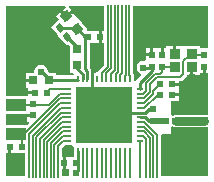
<source format=gtl>
G04 Layer_Physical_Order=1*
G04 Layer_Color=255*
%FSLAX24Y24*%
%MOIN*%
G70*
G01*
G75*
%ADD10R,0.0300X0.0300*%
%ADD11R,0.0197X0.0236*%
%ADD12R,0.0236X0.0197*%
%ADD13R,0.0295X0.0315*%
G04:AMPARAMS|DCode=14|XSize=31.5mil|YSize=29.5mil|CornerRadius=0mil|HoleSize=0mil|Usage=FLASHONLY|Rotation=40.000|XOffset=0mil|YOffset=0mil|HoleType=Round|Shape=Rectangle|*
%AMROTATEDRECTD14*
4,1,4,-0.0026,-0.0214,-0.0216,0.0012,0.0026,0.0214,0.0216,-0.0012,-0.0026,-0.0214,0.0*
%
%ADD14ROTATEDRECTD14*%

%ADD15R,0.0256X0.0197*%
%ADD16R,0.0315X0.0295*%
G04:AMPARAMS|DCode=17|XSize=19.7mil|YSize=25.6mil|CornerRadius=0mil|HoleSize=0mil|Usage=FLASHONLY|Rotation=40.000|XOffset=0mil|YOffset=0mil|HoleType=Round|Shape=Rectangle|*
%AMROTATEDRECTD17*
4,1,4,0.0007,-0.0161,-0.0158,0.0035,-0.0007,0.0161,0.0158,-0.0035,0.0007,-0.0161,0.0*
%
%ADD17ROTATEDRECTD17*%

%ADD18O,0.0256X0.0079*%
%ADD19O,0.0079X0.0256*%
%ADD20R,0.1850X0.1850*%
%ADD21R,0.0374X0.0335*%
%ADD22R,0.0709X0.0394*%
%ADD23C,0.0090*%
%ADD24C,0.0060*%
%ADD25C,0.0100*%
%ADD26C,0.0110*%
%ADD27C,0.0200*%
%ADD28C,0.0080*%
%ADD29C,0.0150*%
%ADD30C,0.0300*%
%ADD31C,0.0240*%
%ADD32C,0.0260*%
G36*
X-1025Y-1025D02*
X-1003Y-1075D01*
X-1008Y-1102D01*
Y-1162D01*
X-1014Y-1191D01*
Y-1412D01*
X-1267D01*
Y-1610D01*
Y-1808D01*
X-1179D01*
X-1150Y-1858D01*
X-1164Y-1930D01*
X-1151Y-1997D01*
X-1182Y-2047D01*
X-1396D01*
Y-1808D01*
X-1367D01*
Y-1610D01*
Y-1412D01*
X-1396D01*
Y-1097D01*
X-1303Y-1004D01*
X-1280Y-1008D01*
X-1102D01*
X-1075Y-1003D01*
X-1025Y-1025D01*
D02*
G37*
G36*
X-2578Y33D02*
X-2380D01*
Y-67D01*
X-2578D01*
Y-235D01*
X-2504D01*
X-2485Y-281D01*
X-2549Y-345D01*
X-3277D01*
Y45D01*
X-2578D01*
Y33D01*
D02*
G37*
G36*
X-3087Y-1258D02*
X-2623D01*
Y-2047D01*
X-3277D01*
Y-1258D01*
X-3187D01*
Y-1060D01*
X-3087D01*
Y-1258D01*
D02*
G37*
G36*
X2322Y-386D02*
X2400Y-401D01*
X3350D01*
X3370Y-397D01*
X3457D01*
Y-2047D01*
X1903D01*
Y-663D01*
X1930Y-630D01*
X2250D01*
Y-448D01*
X2251Y-398D01*
X2301Y-372D01*
X2322Y-386D01*
D02*
G37*
G36*
X3457Y2225D02*
X3212D01*
Y2304D01*
X2404D01*
Y2036D01*
X2305D01*
Y2304D01*
X2067D01*
Y2225D01*
X1990D01*
Y2007D01*
X1890D01*
Y2225D01*
X1640D01*
Y2007D01*
X1590D01*
Y1957D01*
X1392D01*
Y1839D01*
X1342Y1798D01*
X1310Y1804D01*
X1224Y1787D01*
X1151Y1739D01*
X1103Y1666D01*
X1086Y1580D01*
X1103Y1494D01*
X1151Y1421D01*
X1220Y1375D01*
X1228Y1365D01*
X1240Y1325D01*
X1082Y1166D01*
X1058Y1131D01*
X1008Y1146D01*
Y1280D01*
X997Y1334D01*
X995Y1337D01*
X989Y1370D01*
X973Y1394D01*
Y3637D01*
X3457D01*
Y2225D01*
D02*
G37*
G36*
X-13Y2788D02*
X-73D01*
Y2590D01*
Y2392D01*
X-13D01*
Y1657D01*
X-172Y1497D01*
X-201Y1454D01*
X-209Y1416D01*
X-236Y1422D01*
X-291Y1411D01*
X-315Y1395D01*
X-339Y1411D01*
X-394Y1422D01*
X-405Y1470D01*
X-415Y1520D01*
X-447Y1568D01*
X-472Y1593D01*
Y2392D01*
X-173D01*
Y2590D01*
Y2788D01*
X-553D01*
X-571Y2838D01*
X-552Y2854D01*
X-871Y3234D01*
X-871Y3234D01*
X-894Y3261D01*
X-1021Y3413D01*
X-1218Y3247D01*
X-1251Y3286D01*
X-1289Y3253D01*
X-1448Y3443D01*
X-1607Y3310D01*
X-1488Y3168D01*
X-1768Y2932D01*
X-1560Y2684D01*
X-1528Y2646D01*
X-1235Y2297D01*
X-1189Y2335D01*
X-1147Y2293D01*
Y1940D01*
X-1147D01*
Y1904D01*
X-1147D01*
Y1409D01*
X-1022D01*
X-997Y1363D01*
X-1017Y1329D01*
X-1587D01*
Y1407D01*
X-1817D01*
X-1878Y1469D01*
X-1891Y1533D01*
X-1940Y1606D01*
X-2013Y1655D01*
X-2098Y1672D01*
X-2184Y1655D01*
X-2257Y1606D01*
X-2306Y1533D01*
X-2323Y1448D01*
X-2322Y1446D01*
X-2354Y1407D01*
X-2613D01*
Y1200D01*
X-2366D01*
Y1100D01*
X-2613D01*
Y893D01*
X-2515D01*
Y790D01*
X-2297D01*
Y690D01*
X-2515D01*
Y639D01*
X-3277D01*
Y3637D01*
X-1290D01*
X-1272Y3590D01*
X-1371Y3507D01*
X-1244Y3356D01*
X-1085Y3489D01*
X-1172Y3592D01*
X-1151Y3637D01*
X-13D01*
Y2788D01*
D02*
G37*
G36*
X3390Y1395D02*
X3457D01*
Y3D01*
X3370D01*
X3350Y6D01*
X2400D01*
X2322Y-9D01*
X2301Y-23D01*
X2258Y-5D01*
X2250Y3D01*
Y482D01*
X2495D01*
Y630D01*
X2277D01*
Y730D01*
X2495D01*
Y832D01*
X2495D01*
Y980D01*
X2277D01*
Y1080D01*
X2495D01*
Y1117D01*
X2540D01*
X2591Y1128D01*
X2634Y1156D01*
X2734Y1256D01*
X2762Y1299D01*
X2766Y1316D01*
X2875D01*
Y1584D01*
X2975D01*
Y1316D01*
X3212D01*
Y1395D01*
X3290D01*
Y1613D01*
X3390D01*
Y1395D01*
D02*
G37*
%LPC*%
G36*
X1540Y2225D02*
X1392D01*
Y2057D01*
X1540D01*
Y2225D01*
D02*
G37*
%LPD*%
D10*
X3350Y-197D02*
D03*
D11*
X3340Y2007D02*
D03*
Y1613D02*
D03*
X1940Y1613D02*
D03*
Y2007D02*
D03*
X1650Y197D02*
D03*
Y-197D02*
D03*
X1590Y1613D02*
D03*
Y2007D02*
D03*
X-2380Y377D02*
D03*
Y-17D02*
D03*
D12*
X-1903Y740D02*
D03*
X-2297D02*
D03*
X-923Y-1610D02*
D03*
X-1317D02*
D03*
X2277Y680D02*
D03*
X1883D02*
D03*
X1883Y1030D02*
D03*
X2277D02*
D03*
X-2743Y-1060D02*
D03*
X-3137D02*
D03*
X-517Y2590D02*
D03*
X-123D02*
D03*
D13*
X-2366Y1150D02*
D03*
X-1834D02*
D03*
D14*
X-909Y2878D02*
D03*
X-1251Y3286D02*
D03*
D15*
X2397Y-200D02*
D03*
X2023D02*
D03*
D16*
X-890Y2188D02*
D03*
Y1656D02*
D03*
D17*
X-1230Y2599D02*
D03*
X-1470Y2885D02*
D03*
D18*
X-1191Y866D02*
D03*
Y709D02*
D03*
Y551D02*
D03*
Y394D02*
D03*
Y236D02*
D03*
Y79D02*
D03*
Y-79D02*
D03*
Y-236D02*
D03*
Y-394D02*
D03*
Y-551D02*
D03*
Y-709D02*
D03*
Y-866D02*
D03*
X1191D02*
D03*
Y-709D02*
D03*
Y-551D02*
D03*
Y-394D02*
D03*
Y-236D02*
D03*
Y-79D02*
D03*
Y79D02*
D03*
Y236D02*
D03*
Y394D02*
D03*
Y551D02*
D03*
Y709D02*
D03*
Y866D02*
D03*
D19*
X-866Y-1191D02*
D03*
X-709D02*
D03*
X-551D02*
D03*
X-394D02*
D03*
X-236D02*
D03*
X-79D02*
D03*
X79D02*
D03*
X236D02*
D03*
X394D02*
D03*
X551D02*
D03*
X709D02*
D03*
X866D02*
D03*
Y1191D02*
D03*
X709D02*
D03*
X551D02*
D03*
X394D02*
D03*
X236D02*
D03*
X79D02*
D03*
X-79D02*
D03*
X-236D02*
D03*
X-394D02*
D03*
X-551D02*
D03*
X-709D02*
D03*
X-866D02*
D03*
D20*
X0Y0D02*
D03*
D21*
X2354Y1584D02*
D03*
Y2036D02*
D03*
X2925D02*
D03*
Y1584D02*
D03*
D22*
X-2940Y-642D02*
D03*
Y342D02*
D03*
D23*
X-620Y1532D02*
Y2610D01*
X-895Y2885D02*
X-620Y2610D01*
X-1470Y2885D02*
X-895D01*
X-394Y1191D02*
Y1630D01*
X-551Y1203D02*
Y1463D01*
X243Y80D02*
X1378D01*
X1491Y193D02*
X1653D01*
X1378Y80D02*
X1491Y193D01*
X1500Y-201D02*
X1653D01*
X1378Y-79D02*
X1500Y-201D01*
X1191Y-79D02*
X1378D01*
X-1833Y1215D02*
X-1799Y1181D01*
X-2066Y1448D02*
X-1833Y1215D01*
X-1799Y1181D02*
X-870D01*
X-2098Y1448D02*
X-2066D01*
X-866Y-1856D02*
Y-1191D01*
X-940Y-1930D02*
X-866Y-1856D01*
X-394Y866D02*
Y1191D01*
X-620Y1532D02*
X-551Y1463D01*
X-709Y1191D02*
Y1356D01*
X-890Y1538D02*
X-709Y1356D01*
X-890Y1538D02*
Y1656D01*
D24*
X120Y1602D02*
Y3650D01*
X-79Y1404D02*
X120Y1602D01*
X-79Y1191D02*
Y1404D01*
X240Y1553D02*
Y3650D01*
X79Y1391D02*
X240Y1553D01*
X840Y1345D02*
Y3650D01*
Y1345D02*
X866Y1319D01*
Y1191D02*
Y1319D01*
X720Y1343D02*
Y3650D01*
X709Y1331D02*
X720Y1343D01*
X709Y1191D02*
Y1331D01*
X600Y1393D02*
Y3650D01*
X551Y1344D02*
X600Y1393D01*
X551Y1191D02*
Y1344D01*
X480Y1442D02*
Y3650D01*
X236Y1368D02*
X360Y1492D01*
Y3650D01*
X394Y1356D02*
X480Y1442D01*
X394Y1191D02*
Y1356D01*
X236Y1191D02*
Y1368D01*
X79Y1191D02*
Y1391D01*
X-1844Y342D02*
X-1477Y709D01*
X-2940Y342D02*
X-1844D01*
X-2940Y-642D02*
X-2743Y-839D01*
Y-1060D02*
Y-839D01*
X-2940Y-642D02*
X-2658D01*
X-1649Y-2058D02*
Y-992D01*
X-1889Y-2058D02*
Y-893D01*
X-1769Y-2058D02*
Y-943D01*
X-2250Y-2058D02*
Y-744D01*
X-2009Y-2058D02*
Y-843D01*
X-2129Y-2058D02*
Y-794D01*
X-2370Y-2058D02*
Y-694D01*
X-2490Y-2058D02*
Y-644D01*
X-1529Y-2058D02*
Y-1042D01*
X-1353Y-866D01*
X-1191D01*
X-551Y-2060D02*
Y-1191D01*
X-79Y-2060D02*
Y-1191D01*
X79Y-2060D02*
Y-1191D01*
X236Y-2060D02*
Y-1191D01*
X394Y-2060D02*
Y-1191D01*
X551Y-2060D02*
Y-1191D01*
X709Y-2060D02*
Y-1191D01*
X1920Y1613D02*
X2297D01*
X2375Y1534D01*
X1529Y762D02*
Y1025D01*
X1650Y-2060D02*
Y-713D01*
X1191Y-551D02*
X1319D01*
X1529Y-2060D02*
Y-762D01*
X866Y-2060D02*
Y-1191D01*
X1343Y236D02*
X1787Y680D01*
X1191Y236D02*
X1343D01*
X1650Y713D02*
X1650Y812D01*
X1331Y394D02*
X1650Y713D01*
X1191Y394D02*
X1331D01*
X1319Y551D02*
X1529Y762D01*
X1191Y551D02*
X1319D01*
X1305Y709D02*
X1409Y813D01*
X1191Y709D02*
X1305D01*
X1787Y680D02*
X1890D01*
X1650Y812D02*
X1841Y1002D01*
X1770Y-2060D02*
Y-663D01*
X1191Y-394D02*
X1331D01*
X1191Y-236D02*
X1343D01*
X-394Y-2060D02*
Y-1191D01*
X-236Y-2060D02*
Y-1191D01*
X-709Y-2060D02*
Y-1191D01*
X1343Y-236D02*
X1770Y-663D01*
X1331Y-394D02*
X1650Y-713D01*
X1319Y-551D02*
X1529Y-762D01*
X-1389Y-394D02*
X-1191D01*
X-1889Y-893D02*
X-1389Y-394D01*
X-1401Y-236D02*
X-1191D01*
X-2009Y-843D02*
X-1401Y-236D01*
X-1365Y-709D02*
X-1191D01*
X-1649Y-992D02*
X-1365Y-709D01*
X-1377Y-551D02*
X-1191D01*
X-1769Y-943D02*
X-1377Y-551D01*
X-1414Y-79D02*
X-1191D01*
X-2129Y-794D02*
X-1414Y-79D01*
X-1427Y79D02*
X-1191D01*
X-2250Y-744D02*
X-1427Y79D01*
X-1440Y236D02*
X-1191D01*
X-2370Y-694D02*
X-1440Y236D01*
X-1452Y394D02*
X-1191D01*
X-2490Y-644D02*
X-1452Y394D01*
X-1465Y551D02*
X-1191D01*
X-2658Y-642D02*
X-1465Y551D01*
X-1477Y709D02*
X-1191D01*
X1191Y-2060D02*
Y-866D01*
X1409Y-2060D02*
Y-813D01*
X1305Y-709D02*
X1409Y-813D01*
X1191Y-709D02*
X1305D01*
X2857Y2007D02*
X3340D01*
X2640Y1350D02*
Y1790D01*
X2857Y2007D01*
X1409Y813D02*
Y1076D01*
X1529Y1025D02*
X1754Y1250D01*
X2540D01*
X1409Y1076D02*
X1703Y1370D01*
X1870D01*
X1940Y1440D01*
Y1610D01*
X2540Y1250D02*
X2640Y1350D01*
D25*
X1190Y877D02*
Y1058D01*
X1317Y1573D02*
X1590D01*
X1310Y1580D02*
X1317Y1573D01*
X1190Y1058D02*
X1590Y1458D01*
Y1613D01*
D26*
X-890Y2188D02*
Y2259D01*
X-1230Y2599D02*
X-890Y2259D01*
D27*
X1650Y-199D02*
X2003D01*
D28*
X-1902Y748D02*
X-1783Y866D01*
X-1191D01*
D29*
X-1833Y1148D02*
Y1215D01*
X-969Y-1930D02*
X-940D01*
D30*
X2400Y-197D02*
X3350D01*
D31*
X-130Y2270D02*
D03*
X-910Y3520D02*
D03*
X1270Y2007D02*
D03*
X-350Y1640D02*
D03*
X3340Y3520D02*
D03*
X1090D02*
D03*
X-1300Y1552D02*
D03*
X-3160Y3520D02*
D03*
X-1680Y3520D02*
D03*
X-134Y3520D02*
D03*
X-2790Y-80D02*
D03*
X-3160Y-1380D02*
D03*
Y-1930D02*
D03*
X3340D02*
D03*
X2020D02*
D03*
X3340Y-527D02*
D03*
X2400Y-530D02*
D03*
X3340Y133D02*
D03*
X3340Y1290D02*
D03*
X2310Y2410D02*
D03*
X3340Y2920D02*
D03*
X1930Y2330D02*
D03*
X1590D02*
D03*
X-134Y2910D02*
D03*
X-3160Y1490D02*
D03*
X-2070Y1790D02*
D03*
X-3160Y2920D02*
D03*
X-2098Y1448D02*
D03*
X-2720Y1150D02*
D03*
X1310Y1580D02*
D03*
X-1310Y-1940D02*
D03*
X2020Y-750D02*
D03*
X-940Y-1930D02*
D03*
X-1180Y-1181D02*
D03*
X-2620Y750D02*
D03*
X2590Y680D02*
D03*
Y1010D02*
D03*
X-2280Y2890D02*
D03*
X2372Y138D02*
D03*
X2930Y1272D02*
D03*
D32*
X-709Y709D02*
D03*
X-236D02*
D03*
X236D02*
D03*
X709D02*
D03*
X-709Y236D02*
D03*
X-236D02*
D03*
X236D02*
D03*
X709D02*
D03*
X-709Y-236D02*
D03*
X-236D02*
D03*
X236D02*
D03*
X709D02*
D03*
X-709Y-709D02*
D03*
X-236D02*
D03*
X236D02*
D03*
X709D02*
D03*
M02*

</source>
